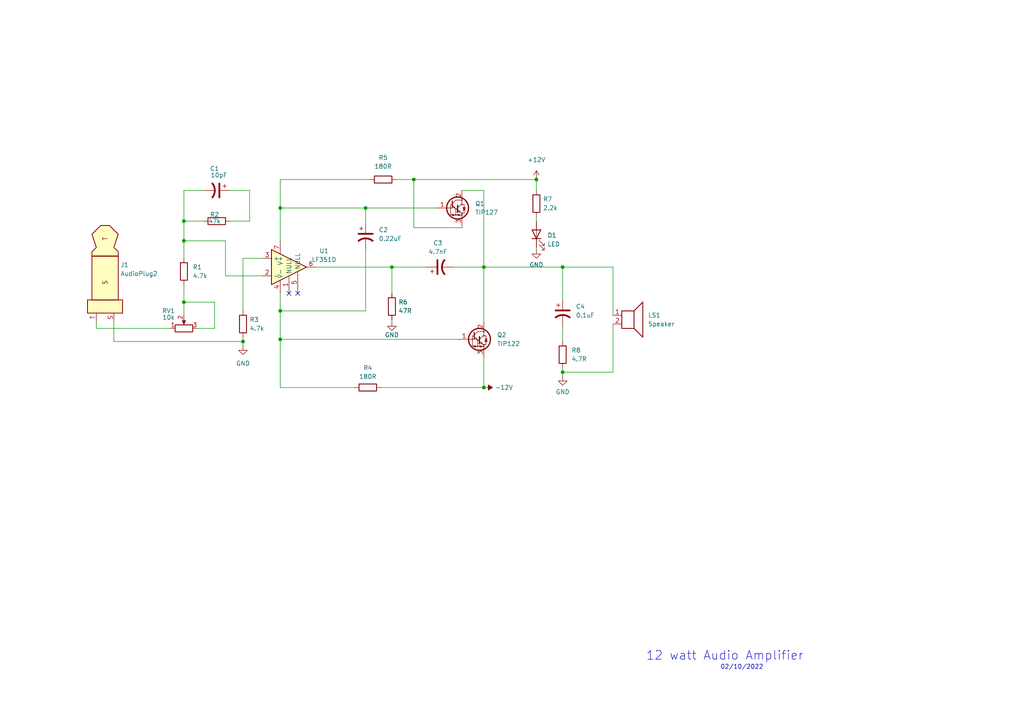
<source format=kicad_sch>
(kicad_sch (version 20211123) (generator eeschema)
  (paper "A4")
  (lib_symbols
    (symbol "Amplifier_Operational:LF351D"
      (property "Reference" "U" (at 0 6.35 0))
      (property "Value" "LF351D" (at 0 3.81 0))
      (symbol "LF351D_0_1"
        (polyline (pts (xy -5.08 5.08) (xy 5.08 0) (xy -5.08 -5.08) (xy -5.08 5.08)) (stroke (width 0.254)) (fill (type background)))
      )
      (symbol "LF351D_1_1"
        (pin input line (at 0 -7.62 90) (length 5.08) (name "NULL") (number "1"))
        (pin input line (at -7.62 -2.54 0) (length 2.54) (name "-") (number "2"))
        (pin input line (at -7.62 2.54 0) (length 2.54) (name "+") (number "3"))
        (pin power_in line (at -2.54 -7.62 90) (length 3.81) (name "V-") (number "4"))
        (pin input line (at 2.54 -7.62 90) (length 6.35) (name "NULL") (number "5"))
        (pin output line (at 7.62 0 180) (length 2.54) (name "~") (number "6"))
        (pin power_in line (at -2.54 7.62 270) (length 3.81) (name "V+") (number "7"))
        (pin no_connect line (at 0 2.54 270) (length 2.54) hide (name "NC") (number "8"))
      )
    )
    (symbol "Connector:AudioPlug2"
      (property "Reference" "J" (at 10.16 6.35 0))
      (property "Value" "AudioPlug2" (at 10.16 -6.35 0))
      (symbol "AudioPlug2_0_0"
        (text "S" (at 3.81 0 0) (effects (font (size 1.27 1.27))))
        (text "T" (at -8.89 0 0) (effects (font (size 1.27 1.27))))
      )
      (symbol "AudioPlug2_0_1"
        (rectangle (start -3.81 3.81) (end 8.89 -3.81) (stroke (width 0.254)) (fill (type background)))
        (polyline (pts (xy -3.81 3.81) (xy -5.08 3.81) (xy -6.35 2.54) (xy -10.16 3.81) (xy -12.7 1.27) (xy -12.7 -1.27) (xy -10.16 -3.81) (xy -6.35 -2.54) (xy -5.08 -3.81) (xy -3.81 -3.81) (xy -3.81 3.81)) (stroke (width 0.254)) (fill (type background)))
        (rectangle (start 12.7 5.08) (end 8.89 -5.08) (stroke (width 0.254)) (fill (type background)))
      )
      (symbol "AudioPlug2_1_1"
        (pin passive line (at 15.24 2.54 180) (length 2.54) (name "~") (number "S"))
        (pin passive line (at 15.24 -2.54 180) (length 2.54) (name "~") (number "T"))
      )
    )
    (symbol "Device:C_Polarized_US" (pin_numbers hide) (pin_names (offset 0.254) hide)
      (property "Reference" "C" (at 0.635 2.54 0))
      (property "Value" "C_Polarized_US" (at 0.635 -2.54 0))
      (symbol "C_Polarized_US_0_1"
        (polyline (pts (xy -2.032 0.762) (xy 2.032 0.762)) (stroke (width 0.508)))
        (polyline (pts (xy -1.778 2.286) (xy -0.762 2.286)))
        (polyline (pts (xy -1.27 1.778) (xy -1.27 2.794)))
        (arc (start 2.032 -1.27) (mid 0 -0.5572) (end -2.032 -1.27) (stroke (width 0.508)))
      )
      (symbol "C_Polarized_US_1_1"
        (pin passive line (at 0 3.81 270) (length 2.794) (name "~") (number "1"))
        (pin passive line (at 0 -3.81 90) (length 3.302) (name "~") (number "2"))
      )
    )
    (symbol "Device:LED" (pin_numbers hide) (pin_names (offset 1.016) hide)
      (property "Reference" "D" (at 0 2.54 0))
      (property "Value" "LED" (at 0 -2.54 0))
      (symbol "LED_0_1"
        (polyline (pts (xy -1.27 -1.27) (xy -1.27 1.27)) (stroke (width 0.254)))
        (polyline (pts (xy -1.27 0) (xy 1.27 0)))
        (polyline (pts (xy 1.27 -1.27) (xy 1.27 1.27) (xy -1.27 0) (xy 1.27 -1.27)) (stroke (width 0.254)))
        (polyline (pts (xy -3.048 -0.762) (xy -4.572 -2.286) (xy -3.81 -2.286) (xy -4.572 -2.286) (xy -4.572 -1.524)))
        (polyline (pts (xy -1.778 -0.762) (xy -3.302 -2.286) (xy -2.54 -2.286) (xy -3.302 -2.286) (xy -3.302 -1.524)))
      )
      (symbol "LED_1_1"
        (pin passive line (at -3.81 0 0) (length 2.54) (name "K") (number "1"))
        (pin passive line (at 3.81 0 180) (length 2.54) (name "A") (number "2"))
      )
    )
    (symbol "Device:R" (pin_numbers hide) (pin_names (offset 0))
      (property "Reference" "R" (at 2.032 0 90))
      (property "Value" "R" (at 0 0 90))
      (symbol "R_0_1"
        (rectangle (start -1.016 -2.54) (end 1.016 2.54) (stroke (width 0.254)))
      )
      (symbol "R_1_1"
        (pin passive line (at 0 3.81 270) (length 1.27) (name "~") (number "1"))
        (pin passive line (at 0 -3.81 90) (length 1.27) (name "~") (number "2"))
      )
    )
    (symbol "Device:R_Potentiometer" (pin_names (offset 1.016) hide)
      (property "Reference" "RV" (at -4.445 0 90))
      (property "Value" "R_Potentiometer" (at -2.54 0 90))
      (symbol "R_Potentiometer_0_1"
        (polyline (pts (xy 2.54 0) (xy 1.524 0)))
        (polyline (pts (xy 1.143 0) (xy 2.286 0.508) (xy 2.286 -0.508) (xy 1.143 0)) (fill (type outline)))
        (rectangle (start 1.016 2.54) (end -1.016 -2.54) (stroke (width 0.254)))
      )
      (symbol "R_Potentiometer_1_1"
        (pin passive line (at 0 3.81 270) (length 1.27) (name "1") (number "1"))
        (pin passive line (at 3.81 0 180) (length 1.27) (name "2") (number "2"))
        (pin passive line (at 0 -3.81 90) (length 1.27) (name "3") (number "3"))
      )
    )
    (symbol "Device:Speaker" (pin_names (offset 0) hide)
      (property "Reference" "LS" (at 1.27 5.715 0))
      (property "Value" "Speaker" (at 1.27 3.81 0))
      (symbol "Speaker_0_0"
        (rectangle (start -2.54 1.27) (end 1.016 -3.81) (stroke (width 0.254)))
        (polyline (pts (xy 1.016 1.27) (xy 3.556 3.81) (xy 3.556 -6.35) (xy 1.016 -3.81)) (stroke (width 0.254)))
      )
      (symbol "Speaker_1_1"
        (pin input line (at -5.08 0 0) (length 2.54) (name "1") (number "1"))
        (pin input line (at -5.08 -2.54 0) (length 2.54) (name "2") (number "2"))
      )
    )
    (symbol "Transistor_BJT:TIP122" (pin_names (offset 0) hide)
      (property "Reference" "Q" (at 5.08 1.905 0))
      (property "Value" "TIP122" (at 5.08 0 0))
      (symbol "TIP122_0_1"
        (circle (center -0.762 0) (radius 0.127))
        (polyline (pts (xy -1.27 0) (xy -0.889 0)))
        (polyline (pts (xy 2.54 -2.032) (xy 2.54 -2.54)))
        (polyline (pts (xy 2.54 -1.524) (xy 3.175 -1.524)))
        (polyline (pts (xy 2.794 0.127) (xy 3.556 0.127)))
        (polyline (pts (xy 3.175 -0.635) (xy 3.175 -1.524)))
        (polyline (pts (xy 3.175 1.016) (xy 2.54 1.016)))
        (polyline (pts (xy 3.175 1.016) (xy 3.175 0.127)))
        (polyline (pts (xy -0.254 0.762) (xy 0.762 -0.254) (xy 1.27 -0.254)))
        (polyline (pts (xy -0.254 1.016) (xy -0.762 1.016) (xy -0.762 -2.032)))
        (polyline (pts (xy -0.254 1.27) (xy 0.762 2.286) (xy 2.54 2.286)))
        (polyline (pts (xy -0.254 2.032) (xy -0.254 0) (xy -0.254 0)) (stroke (width 0.3048)))
        (polyline (pts (xy 1.27 0.762) (xy 1.27 -1.27) (xy 1.27 -1.27)) (stroke (width 0.381)))
        (polyline (pts (xy 0.635 -0.127) (xy 0.381 0.381) (xy 0.127 0.127) (xy 0.635 -0.127)))
        (polyline (pts (xy 1.27 -0.508) (xy 2.286 -1.524) (xy 2.54 -1.524) (xy 2.54 -2.032)))
        (polyline (pts (xy 1.27 0) (xy 2.286 1.016) (xy 2.54 1.016) (xy 2.54 2.286)))
        (polyline (pts (xy 2.159 -1.397) (xy 1.905 -0.889) (xy 1.651 -1.143) (xy 2.159 -1.397)))
        (polyline (pts (xy 3.175 0.127) (xy 2.794 -0.635) (xy 3.556 -0.635) (xy 3.175 0.127)) (fill (type outline)))
        (polyline (pts (xy 0.762 -2.032) (xy 0.381 -2.032) (xy 0.254 -2.286) (xy 0.127 -1.778) (xy 0 -2.286) (xy -0.127 -1.778) (xy -0.254 -2.286) (xy -0.381 -1.778) (xy -0.508 -2.032) (xy -0.762 -2.032)))
        (polyline (pts (xy 0.762 -0.254) (xy 0.762 -2.032) (xy 1.143 -2.032) (xy 1.27 -1.778) (xy 1.397 -2.286) (xy 1.524 -1.778) (xy 1.651 -2.286) (xy 1.778 -1.778) (xy 1.905 -2.286) (xy 2.032 -2.032) (xy 2.54 -2.032)))
        (circle (center 0.762 -2.032) (radius 0.127))
        (circle (center 0.762 -0.254) (radius 0.127))
        (circle (center 1.27 0) (radius 3.175) (stroke (width 0.3556)))
        (circle (center 2.54 -2.032) (radius 0.127))
        (circle (center 2.54 -1.524) (radius 0.127))
        (circle (center 2.54 1.016) (radius 0.127))
        (circle (center 2.54 2.286) (radius 0.127))
      )
      (symbol "TIP122_1_1"
        (pin input line (at -5.08 0 0) (length 3.81) (name "B") (number "1"))
        (pin passive line (at 2.54 5.08 270) (length 2.667) (name "C") (number "2"))
        (pin passive line (at 2.54 -5.08 90) (length 2.54) (name "E") (number "3"))
      )
    )
    (symbol "Transistor_BJT:TIP127" (pin_names (offset 0) hide)
      (property "Reference" "Q" (at 5.08 1.905 0))
      (property "Value" "TIP127" (at 5.08 0 0))
      (symbol "TIP127_0_1"
        (circle (center -0.762 0) (radius 0.127))
        (polyline (pts (xy -1.27 0) (xy -0.889 0)))
        (polyline (pts (xy 2.54 -2.032) (xy 2.54 -2.54)))
        (polyline (pts (xy 2.54 -1.524) (xy 3.175 -1.524)))
        (polyline (pts (xy 2.794 -0.635) (xy 3.556 -0.635)))
        (polyline (pts (xy 3.175 -1.524) (xy 3.175 -0.635)))
        (polyline (pts (xy 3.175 0.127) (xy 3.175 1.016)))
        (polyline (pts (xy 3.175 1.016) (xy 2.54 1.016)))
        (polyline (pts (xy -0.254 0.762) (xy 0.762 -0.254) (xy 1.27 -0.254)))
        (polyline (pts (xy -0.254 1.016) (xy -0.762 1.016) (xy -0.762 -2.032)))
        (polyline (pts (xy -0.254 1.27) (xy 0.762 2.286) (xy 2.54 2.286)))
        (polyline (pts (xy -0.254 2.032) (xy -0.254 0) (xy -0.254 0)) (stroke (width 0.3048)))
        (polyline (pts (xy 1.27 0.762) (xy 1.27 -1.27) (xy 1.27 -1.27)) (stroke (width 0.381)))
        (polyline (pts (xy 0 0.508) (xy 0.254 0) (xy 0.508 0.254) (xy 0 0.508)))
        (polyline (pts (xy 1.27 -0.508) (xy 2.286 -1.524) (xy 2.54 -1.524) (xy 2.54 -2.032)))
        (polyline (pts (xy 1.27 0) (xy 2.286 1.016) (xy 2.54 1.016) (xy 2.54 2.286)))
        (polyline (pts (xy 1.524 -0.762) (xy 1.778 -1.27) (xy 2.032 -1.016) (xy 1.524 -0.762)))
        (polyline (pts (xy 3.175 -0.635) (xy 2.794 0.127) (xy 3.556 0.127) (xy 3.175 -0.635)) (fill (type outline)))
        (polyline (pts (xy 0.762 -2.032) (xy 0.381 -2.032) (xy 0.254 -2.286) (xy 0.127 -1.778) (xy 0 -2.286) (xy -0.127 -1.778) (xy -0.254 -2.286) (xy -0.381 -1.778) (xy -0.508 -2.032) (xy -0.762 -2.032)))
        (polyline (pts (xy 0.762 -0.254) (xy 0.762 -2.032) (xy 1.143 -2.032) (xy 1.27 -1.778) (xy 1.397 -2.286) (xy 1.524 -1.778) (xy 1.651 -2.286) (xy 1.778 -1.778) (xy 1.905 -2.286) (xy 2.032 -2.032) (xy 2.54 -2.032)))
        (circle (center 0.762 -2.032) (radius 0.127))
        (circle (center 0.762 -0.254) (radius 0.127))
        (circle (center 1.27 0) (radius 3.175) (stroke (width 0.3556)))
        (circle (center 2.54 -2.032) (radius 0.127))
        (circle (center 2.54 -1.524) (radius 0.127))
        (circle (center 2.54 1.016) (radius 0.127))
        (circle (center 2.54 2.286) (radius 0.127))
      )
      (symbol "TIP127_1_1"
        (pin input line (at -5.08 0 0) (length 3.81) (name "B") (number "1"))
        (pin passive line (at 2.54 5.08 270) (length 2.667) (name "C") (number "2"))
        (pin passive line (at 2.54 -5.08 90) (length 2.54) (name "E") (number "3"))
      )
    )
    (symbol "power:+12V" (power) (pin_names (offset 0))
      (property "Value" "+12V" (at 0 3.556 0))
      (symbol "+12V_0_1"
        (polyline (pts (xy -0.762 1.27) (xy 0 2.54)))
        (polyline (pts (xy 0 0) (xy 0 2.54)))
        (polyline (pts (xy 0 2.54) (xy 0.762 1.27)))
      )
      (symbol "+12V_1_1"
        (pin power_in line (at 0 0 90) (length 0) hide (name "+12V") (number "1"))
      )
    )
    (symbol "power:-12V" (power) (pin_names (offset 0))
      (property "Value" "-12V" (at 0 3.81 0))
      (symbol "-12V_0_0"
        (pin power_in line (at 0 0 90) (length 0) hide (name "-12V") (number "1"))
      )
      (symbol "-12V_0_1"
        (polyline (pts (xy 0 0) (xy 0 1.27) (xy 0.762 1.27) (xy 0 2.54) (xy -0.762 1.27) (xy 0 1.27)) (fill (type outline)))
      )
    )
    (symbol "power:GND" (power) (pin_names (offset 0))
      (property "Value" "GND" (at 0 -3.81 0))
      (symbol "GND_0_1"
        (polyline (pts (xy 0 0) (xy 0 -1.27) (xy 1.27 -1.27) (xy 0 -2.54) (xy -1.27 -1.27) (xy 0 -1.27)))
      )
      (symbol "GND_1_1"
        (pin power_in line (at 0 0 270) (length 0) hide (name "GND") (number "1"))
      )
    )
  )
  (junction (at 163.195 107.95))
  (junction (at 155.575 52.07))
  (junction (at 120.015 52.07))
  (junction (at 140.335 77.47))
  (junction (at 81.28 60.325))
  (junction (at 113.665 77.47))
  (junction (at 53.34 69.85))
  (junction (at 140.335 112.395))
  (junction (at 81.28 98.425))
  (junction (at 53.34 87.63))
  (junction (at 163.195 77.47))
  (junction (at 106.045 60.325))
  (junction (at 53.34 64.135))
  (junction (at 70.485 99.06))
  (junction (at 81.28 90.17))
  (no_connect (at 83.82 85.09))
  (no_connect (at 86.36 85.09))
  (wire (pts (xy 140.335 55.245) (xy 140.335 77.47)))
  (wire (pts (xy 72.39 55.245) (xy 72.39 64.135)))
  (wire (pts (xy 57.15 95.25) (xy 62.23 95.25)))
  (wire (pts (xy 53.34 87.63) (xy 53.34 91.44)))
  (wire (pts (xy 62.23 95.25) (xy 62.23 87.63)))
  (wire (pts (xy 140.335 77.47) (xy 140.335 93.345)))
  (wire (pts (xy 133.985 55.245) (xy 140.335 55.245)))
  (wire (pts (xy 81.28 90.17) (xy 81.28 98.425)))
  (wire (pts (xy 140.335 103.505) (xy 140.335 112.395)))
  (wire (pts (xy 81.28 112.395) (xy 102.87 112.395)))
  (wire (pts (xy 177.8 91.44) (xy 177.8 77.47)))
  (wire (pts (xy 113.665 77.47) (xy 123.825 77.47)))
  (wire (pts (xy 140.335 112.395) (xy 110.49 112.395)))
  (wire (pts (xy 81.28 98.425) (xy 132.715 98.425)))
  (wire (pts (xy 81.28 69.85) (xy 81.28 60.325)))
  (wire (pts (xy 163.195 77.47) (xy 140.335 77.47)))
  (wire (pts (xy 120.015 66.04) (xy 120.015 52.07)))
  (wire (pts (xy 53.34 64.135) (xy 53.34 69.85)))
  (wire (pts (xy 113.665 92.71) (xy 113.665 93.345)))
  (wire (pts (xy 133.985 66.04) (xy 120.015 66.04)))
  (wire (pts (xy 155.575 71.755) (xy 155.575 72.39)))
  (wire (pts (xy 163.195 107.95) (xy 163.195 109.22)))
  (wire (pts (xy 106.045 60.325) (xy 106.045 64.77)))
  (wire (pts (xy 163.195 77.47) (xy 163.195 86.995)))
  (wire (pts (xy 155.575 62.865) (xy 155.575 64.135)))
  (wire (pts (xy 155.575 55.245) (xy 155.575 52.07)))
  (wire (pts (xy 53.34 55.245) (xy 53.34 64.135)))
  (wire (pts (xy 81.28 60.325) (xy 81.28 52.07)))
  (wire (pts (xy 177.8 93.98) (xy 177.8 107.95)))
  (wire (pts (xy 81.28 98.425) (xy 81.28 112.395)))
  (wire (pts (xy 65.405 69.85) (xy 53.34 69.85)))
  (wire (pts (xy 76.2 80.01) (xy 65.405 80.01)))
  (wire (pts (xy 72.39 64.135) (xy 66.675 64.135)))
  (wire (pts (xy 163.195 106.68) (xy 163.195 107.95)))
  (wire (pts (xy 62.23 87.63) (xy 53.34 87.63)))
  (wire (pts (xy 53.34 69.85) (xy 53.34 74.93)))
  (wire (pts (xy 163.195 94.615) (xy 163.195 99.06)))
  (wire (pts (xy 76.2 74.93) (xy 70.485 74.93)))
  (wire (pts (xy 133.985 65.405) (xy 133.985 66.04)))
  (wire (pts (xy 81.28 85.09) (xy 81.28 90.17)))
  (wire (pts (xy 106.045 72.39) (xy 106.045 90.17)))
  (wire (pts (xy 81.28 60.325) (xy 106.045 60.325)))
  (wire (pts (xy 120.015 52.07) (xy 155.575 52.07)))
  (wire (pts (xy 33.02 99.06) (xy 70.485 99.06)))
  (wire (pts (xy 33.02 93.345) (xy 33.02 99.06)))
  (wire (pts (xy 106.045 90.17) (xy 81.28 90.17)))
  (wire (pts (xy 66.675 55.245) (xy 72.39 55.245)))
  (wire (pts (xy 27.94 93.345) (xy 27.94 95.25)))
  (wire (pts (xy 81.28 52.07) (xy 107.315 52.07)))
  (wire (pts (xy 27.94 95.25) (xy 49.53 95.25)))
  (wire (pts (xy 53.34 64.135) (xy 59.055 64.135)))
  (wire (pts (xy 120.015 52.07) (xy 114.935 52.07)))
  (wire (pts (xy 91.44 77.47) (xy 113.665 77.47)))
  (wire (pts (xy 106.045 60.325) (xy 126.365 60.325)))
  (wire (pts (xy 70.485 99.06) (xy 70.485 100.33)))
  (wire (pts (xy 131.445 77.47) (xy 140.335 77.47)))
  (wire (pts (xy 70.485 97.79) (xy 70.485 99.06)))
  (wire (pts (xy 70.485 74.93) (xy 70.485 90.17)))
  (wire (pts (xy 177.8 107.95) (xy 163.195 107.95)))
  (wire (pts (xy 177.8 77.47) (xy 163.195 77.47)))
  (wire (pts (xy 59.055 55.245) (xy 53.34 55.245)))
  (wire (pts (xy 113.665 77.47) (xy 113.665 85.09)))
  (wire (pts (xy 53.34 82.55) (xy 53.34 87.63)))
  (wire (pts (xy 65.405 80.01) (xy 65.405 69.85)))
  (text "02/10/2022" (at 208.915 194.31 0) (effects (font (size 1.27 1.27)) (justify left bottom)))
  (text "12 watt Audio Amplifier" (at 187.325 191.77 0) (effects (font (size 2.54 2.54)) (justify left bottom)))
  (symbol (lib_id "power:-12V") (at 140.335 112.395 270) (unit 1)
    (property "Reference" "#PWR03" (effects hide))
    (property "Value" "-12V" (at 143.51 112.3949 90) (effects (justify left)))
  )
  (symbol (lib_id "power:GND") (at 113.665 93.345 0) (unit 1)
    (property "Reference" "#PWR02" (effects hide))
    (property "Value" "GND" (at 113.665 97.155 0))
  )
  (symbol (lib_id "Device:R") (at 62.865 64.135 270) (unit 1)
    (property "Reference" "R2" (at 62.23 62.23 90))
    (property "Value" "47k" (at 62.23 64.135 90))
    (property "Footprint" "Resistor_SMD:R_0201_0603Metric" (effects hide))
  )
  (symbol (lib_id "Device:R") (at 70.485 93.98 0) (unit 1)
    (property "Reference" "R3" (at 72.39 92.7099 0) (effects (justify left)))
    (property "Value" "4.7k" (at 72.39 95.2499 0) (effects (justify left)))
    (property "Footprint" "Resistor_SMD:R_0201_0603Metric" (effects hide))
  )
  (symbol (lib_id "Device:C_Polarized_US") (at 127.635 77.47 90) (unit 1)
    (property "Reference" "C3" (at 127 70.485 90))
    (property "Value" "4.7nF" (at 127 73.025 90))
    (property "Footprint" "Capacitor_SMD:CP_Elec_3x5.3" (effects hide))
  )
  (symbol (lib_id "Device:Speaker") (at 182.88 91.44 0) (unit 1)
    (property "Reference" "LS1" (at 187.96 91.4399 0) (effects (justify left)))
    (property "Value" "Speaker" (at 187.96 93.9799 0) (effects (justify left)))
    (property "Footprint" "Connector_PinHeader_1.27mm:PinHeader_1x02_P1.27mm_Vertical" (effects hide))
  )
  (symbol (lib_id "power:GND") (at 163.195 109.22 0) (unit 1)
    (property "Reference" "#PWR06" (effects hide))
    (property "Value" "GND" (at 163.195 113.665 0))
  )
  (symbol (lib_id "Device:R") (at 53.34 78.74 0) (unit 1)
    (property "Reference" "R1" (at 55.88 77.4699 0) (effects (justify left)))
    (property "Value" "4.7k" (at 55.88 80.0099 0) (effects (justify left)))
    (property "Footprint" "Resistor_SMD:R_0201_0603Metric" (effects hide))
  )
  (symbol (lib_id "Device:LED") (at 155.575 67.945 90) (unit 1)
    (property "Reference" "D1" (at 158.75 68.2624 90) (effects (justify right)))
    (property "Value" "LED" (at 158.75 70.8024 90) (effects (justify right)))
    (property "Footprint" "LED_SMD:LED_0201_0603Metric" (effects hide))
  )
  (symbol (lib_id "Device:C_Polarized_US") (at 163.195 90.805 0) (unit 1)
    (property "Reference" "C4" (at 167.005 88.8999 0) (effects (justify left)))
    (property "Value" "0.1uF" (at 167.005 91.4399 0) (effects (justify left)))
    (property "Footprint" "Capacitor_SMD:CP_Elec_3x5.3" (effects hide))
  )
  (symbol (lib_id "Device:R_Potentiometer") (at 53.34 95.25 90) (unit 1)
    (property "Reference" "RV1" (at 48.895 90.17 90))
    (property "Value" "10k" (at 48.895 92.075 90))
    (property "Footprint" "Potentiometer_SMD:Potentiometer_ACP_CA6-VSMD_Vertical" (effects hide))
  )
  (symbol (lib_id "Device:R") (at 163.195 102.87 0) (unit 1)
    (property "Reference" "R8" (at 165.735 101.5999 0) (effects (justify left)))
    (property "Value" "4.7R" (at 165.735 104.1399 0) (effects (justify left)))
    (property "Footprint" "Resistor_SMD:R_0201_0603Metric" (effects hide))
  )
  (symbol (lib_id "power:GND") (at 155.575 72.39 0) (unit 1)
    (property "Reference" "#PWR05" (effects hide))
    (property "Value" "GND" (at 155.575 76.835 0))
  )
  (symbol (lib_id "Transistor_BJT:TIP122") (at 137.795 98.425 0) (unit 1)
    (property "Reference" "Q2" (at 144.145 97.1549 0) (effects (justify left)))
    (property "Value" "TIP122" (at 144.145 99.6949 0) (effects (justify left)))
    (property "Footprint" "Package_TO_SOT_THT:TO-220-3_Vertical" (effects hide))
    (property "Datasheet" "https://www.onsemi.com/pub/Collateral/TIP120-D.PDF" (effects hide))
  )
  (symbol (lib_id "Device:R") (at 106.68 112.395 270) (unit 1)
    (property "Reference" "R4" (at 106.68 106.68 90))
    (property "Value" "180R" (at 106.68 109.22 90))
    (property "Footprint" "Resistor_SMD:R_0201_0603Metric" (effects hide))
  )
  (symbol (lib_id "Device:C_Polarized_US") (at 106.045 68.58 0) (unit 1)
    (property "Reference" "C2" (at 109.855 66.6749 0) (effects (justify left)))
    (property "Value" "0.22uF" (at 109.855 69.2149 0) (effects (justify left)))
    (property "Footprint" "Capacitor_SMD:CP_Elec_3x5.3" (effects hide))
  )
  (symbol (lib_id "power:GND") (at 70.485 100.33 0) (unit 1)
    (property "Reference" "#PWR01" (effects hide))
    (property "Value" "GND" (at 70.485 105.41 0))
  )
  (symbol (lib_id "Device:R") (at 111.125 52.07 270) (unit 1)
    (property "Reference" "R5" (at 111.125 45.72 90))
    (property "Value" "180R" (at 111.125 48.26 90))
    (property "Footprint" "Resistor_SMD:R_0201_0603Metric" (effects hide))
  )
  (symbol (lib_id "power:+12V") (at 155.575 52.07 0) (unit 1)
    (property "Reference" "#PWR04" (effects hide))
    (property "Value" "+12V" (at 155.575 46.355 0))
  )
  (symbol (lib_id "Connector:AudioPlug2") (at 30.48 78.105 270) (unit 1)
    (property "Reference" "J1" (at 34.925 76.835 90) (effects (justify left)))
    (property "Value" "AudioPlug2" (at 34.925 79.375 90) (effects (justify left)))
  )
  (symbol (lib_id "Amplifier_Operational:LF351D") (at 83.82 77.47 0) (unit 1)
    (property "Reference" "U1" (at 93.98 72.771 0))
    (property "Value" "LF351D" (at 93.98 75.311 0))
    (property "Footprint" "Package_SO:SOIC-8_3.9x4.9mm_P1.27mm" (effects hide))
    (property "Datasheet" "https://www.st.com/resource/en/datasheet/lf351.pdf" (effects hide))
  )
  (symbol (lib_id "Transistor_BJT:TIP127") (at 131.445 60.325 0) (unit 1)
    (property "Reference" "Q1" (at 137.795 59.0549 0) (effects (justify left)))
    (property "Value" "TIP127" (at 137.795 61.5949 0) (effects (justify left)))
    (property "Footprint" "Package_TO_SOT_THT:TO-220-3_Vertical" (effects hide))
    (property "Datasheet" "https://www.onsemi.com/pub/Collateral/TIP120-D.PDF" (effects hide))
  )
  (symbol (lib_id "Device:C_Polarized_US") (at 62.865 55.245 270) (unit 1)
    (property "Reference" "C1" (at 62.23 48.895 90))
    (property "Value" "10pF" (at 63.5 50.8 90))
    (property "Footprint" "Capacitor_SMD:CP_Elec_3x5.3" (effects hide))
  )
  (symbol (lib_id "Device:R") (at 113.665 88.9 0) (unit 1)
    (property "Reference" "R6" (at 115.57 87.6299 0) (effects (justify left)))
    (property "Value" "47R" (at 115.57 90.1699 0) (effects (justify left)))
    (property "Footprint" "Resistor_SMD:R_0201_0603Metric" (effects hide))
  )
  (symbol (lib_id "Device:R") (at 155.575 59.055 0) (unit 1)
    (property "Reference" "R7" (at 157.48 57.7849 0) (effects (justify left)))
    (property "Value" "2.2k" (at 157.48 60.3249 0) (effects (justify left)))
    (property "Footprint" "Resistor_SMD:R_0201_0603Metric" (effects hide))
  )
)
</source>
